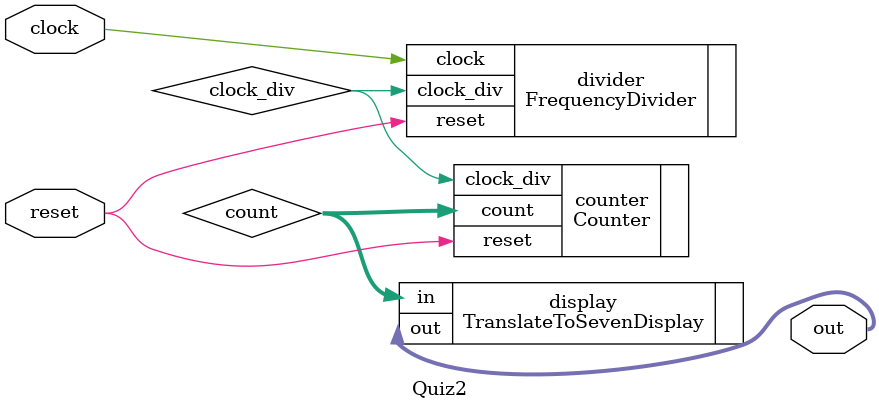
<source format=v>

module Quiz2(clock, reset, out);
	
	input clock;    		// MAX10_CLK1_50
	input reset;    		// SW0
	output [6:0] out;    // HEX06 ~ HEX00
	
	wire clock_div;
	wire [2:0] count;
	
	
	FrequencyDivider			divider(.clock(clock), .reset(reset), .clock_div(clock_div));
	Counter						counter(.clock_div(clock_div), .reset(reset), .count(count));
	TranslateToSevenDisplay	display(.in(count), .out(out));

endmodule

</source>
